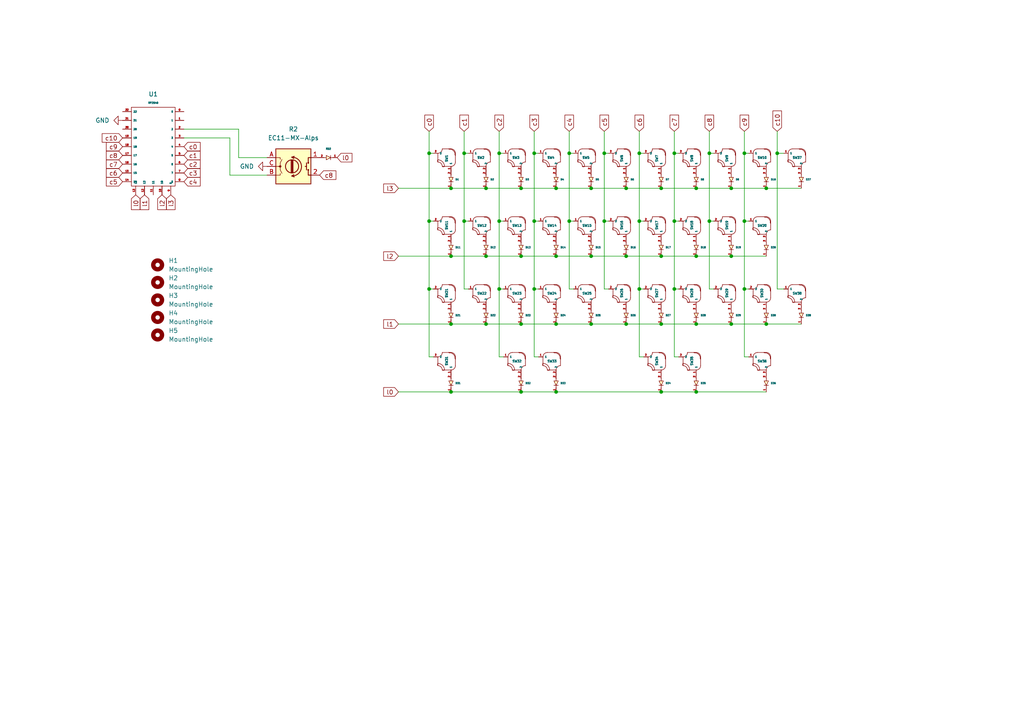
<source format=kicad_sch>
(kicad_sch (version 20211123) (generator eeschema)
  (paper "A4")
  (lib_symbols
    (symbol "Mechanical:MountingHole" (pin_names (offset 1.016))
      (property "Reference" "H" (at 0 5.08 0))
      (property "Value" "MountingHole" (at 0 3.175 0))
      (symbol "MountingHole_0_1"
        (circle (center 0 0) (radius 1.27) (stroke (width 1.27)))
      )
    )
    (symbol "keyb:Diode"
      (property "Reference" "D" (at -0.635 -1.27 0))
      (symbol "Diode_0_1"
        (polyline (pts (xy -1.27 0) (xy -0.635 0)))
        (polyline (pts (xy 0.635 0) (xy 1.27 0)))
        (polyline (pts (xy -0.635 0.635) (xy -0.635 -0.635) (xy -0.635 0)))
        (polyline (pts (xy -0.635 0) (xy 0.635 0.635) (xy 0.635 -0.635) (xy -0.635 0)) (fill (type background)))
      )
      (symbol "Diode_1_1"
        (pin bidirectional line (at -2.54 0 0) (length 1.27) (name "") (number "1"))
        (pin bidirectional line (at 2.54 0 180) (length 1.27) (name "") (number "2"))
      )
    )
    (symbol "keyb:EC11-MX-Alps" (pin_names (offset 0.254) hide)
      (property "Reference" "SW" (at 0 6.604 0))
      (property "Value" "EC11-MX-Alps" (at 0 -6.604 0))
      (symbol "EC11-MX-Alps_0_1"
        (rectangle (start -5.08 5.08) (end 5.08 -5.08) (stroke (width 0.254)) (fill (type background)))
        (circle (center -3.81 0) (radius 0.254) (fill (type outline)))
        (arc (start -0.381 -2.794) (mid 2.3622 -0.0508) (end -0.381 2.667) (stroke (width 0.254)))
        (circle (center -0.381 0) (radius 1.905) (stroke (width 0.254)))
        (polyline (pts (xy -0.635 -1.778) (xy -0.635 1.778)) (stroke (width 0.254)))
        (polyline (pts (xy -0.381 -1.778) (xy -0.381 1.778)) (stroke (width 0.254)))
        (polyline (pts (xy -0.127 1.778) (xy -0.127 -1.778)) (stroke (width 0.254)))
        (polyline (pts (xy 3.81 0) (xy 3.429 0)) (stroke (width 0.254)))
        (polyline (pts (xy 3.81 1.016) (xy 3.81 -1.016)) (stroke (width 0.254)))
        (polyline (pts (xy -5.08 -2.54) (xy -3.81 -2.54) (xy -3.81 -2.032)))
        (polyline (pts (xy -5.08 2.54) (xy -3.81 2.54) (xy -3.81 2.032)))
        (polyline (pts (xy 0.254 -3.048) (xy -0.508 -2.794) (xy 0.127 -2.413)) (stroke (width 0.254)))
        (polyline (pts (xy 0.254 2.921) (xy -0.508 2.667) (xy 0.127 2.286)) (stroke (width 0.254)))
        (polyline (pts (xy 5.08 -2.54) (xy 4.318 -2.54) (xy 4.318 -1.016)) (stroke (width 0.254)))
        (polyline (pts (xy 5.08 2.54) (xy 4.318 2.54) (xy 4.318 1.016)) (stroke (width 0.254)))
        (polyline (pts (xy -5.08 0) (xy -3.81 0) (xy -3.81 -1.016) (xy -3.302 -2.032)))
        (polyline (pts (xy -4.318 0) (xy -3.81 0) (xy -3.81 1.016) (xy -3.302 2.032)))
        (circle (center 4.318 -1.016) (radius 0.127) (stroke (width 0.254)))
        (circle (center 4.318 1.016) (radius 0.127) (stroke (width 0.254)))
      )
      (symbol "EC11-MX-Alps_1_1"
        (pin passive line (at 7.62 2.54 180) (length 2.54) (name "1") (number "1"))
        (pin passive line (at 7.62 -2.54 180) (length 2.54) (name "2") (number "2"))
        (pin passive line (at -7.62 2.54 0) (length 2.54) (name "A") (number "A"))
        (pin passive line (at -7.62 -2.54 0) (length 2.54) (name "B") (number "B"))
        (pin passive line (at -7.62 0 0) (length 2.54) (name "C") (number "C"))
      )
    )
    (symbol "keyb:RP2040"
      (property "Reference" "U" (at 0 1.27 0))
      (property "Value" "RP2040" (at 0 -2.54 0))
      (symbol "RP2040_0_1"
        (rectangle (start -6.35 11.43) (end 6.35 -11.43))
      )
      (symbol "RP2040_1_1"
        (pin bidirectional line (at 8.89 10.16 180) (length 2.54) (name "0") (number "0"))
        (pin bidirectional line (at 8.89 7.62 180) (length 2.54) (name "1") (number "1"))
        (pin bidirectional line (at 2.54 -13.97 90) (length 2.54) (name "10") (number "10"))
        (pin bidirectional line (at 0 -13.97 90) (length 2.54) (name "11") (number "11"))
        (pin bidirectional line (at -2.54 -13.97 90) (length 2.54) (name "12") (number "12"))
        (pin bidirectional line (at -5.08 -13.97 90) (length 2.54) (name "13") (number "13"))
        (pin bidirectional line (at -8.89 -10.16 0) (length 2.54) (name "14") (number "14"))
        (pin bidirectional line (at -8.89 -7.62 0) (length 2.54) (name "15") (number "15"))
        (pin bidirectional line (at -8.89 -5.08 0) (length 2.54) (name "16") (number "16"))
        (pin bidirectional line (at -8.89 -2.54 0) (length 2.54) (name "17") (number "17"))
        (pin bidirectional line (at -8.89 0 0) (length 2.54) (name "18") (number "18"))
        (pin bidirectional line (at -8.89 2.54 0) (length 2.54) (name "19") (number "19"))
        (pin bidirectional line (at 8.89 5.08 180) (length 2.54) (name "2") (number "2"))
        (pin bidirectional line (at -8.89 5.08 0) (length 2.54) (name "20") (number "20"))
        (pin bidirectional line (at -8.89 7.62 0) (length 2.54) (name "21") (number "21"))
        (pin bidirectional line (at -8.89 10.16 0) (length 2.54) (name "22") (number "22"))
        (pin bidirectional line (at 8.89 2.54 180) (length 2.54) (name "3") (number "3"))
        (pin bidirectional line (at 8.89 0 180) (length 2.54) (name "4") (number "4"))
        (pin bidirectional line (at 8.89 -2.54 180) (length 2.54) (name "5") (number "5"))
        (pin bidirectional line (at 8.89 -5.08 180) (length 2.54) (name "6") (number "6"))
        (pin bidirectional line (at 8.89 -7.62 180) (length 2.54) (name "7") (number "7"))
        (pin bidirectional line (at 8.89 -10.16 180) (length 2.54) (name "8") (number "8"))
        (pin bidirectional line (at 5.08 -13.97 90) (length 2.54) (name "9") (number "9"))
      )
    )
    (symbol "keyb:key"
      (property "Reference" "SW" (at 0 0 0))
      (symbol "key_0_1"
        (arc (start -2.54 -0.635) (mid -2.6715 -0.9525) (end -2.54 -1.27))
        (arc (start -1.27 -2.54) (mid -1.642 -1.642) (end -2.54 -1.27))
        (arc (start -1.27 -2.54) (mid -0.9525 -2.6715) (end -0.635 -2.54))
        (arc (start -1.27 2.54) (mid -2.168 2.168) (end -2.54 1.27))
        (arc (start -0.635 -2.54) (mid -1.1935 -1.1935) (end -2.54 -0.635))
        (polyline (pts (xy -2.54 -1.27) (xy -2.54 1.27)))
        (polyline (pts (xy -1.27 -2.54) (xy 1.27 -2.54)))
        (polyline (pts (xy 1.27 2.54) (xy -1.27 2.54)))
        (polyline (pts (xy 2.54 -1.27) (xy 2.54 1.27)))
        (arc (start 0.635 2.54) (mid 0.9525 1.7735) (end 1.27 2.54))
        (arc (start 2.54 -1.27) (mid 0.372 -0.372) (end 1.27 -2.54))
        (arc (start 2.54 0.635) (mid 3.887 3.887) (end 0.635 2.54))
        (arc (start 2.54 1.27) (mid 3.438 3.438) (end 1.27 2.54))
        (arc (start 2.54 1.27) (mid 1.7735 0.9525) (end 2.54 0.635))
      )
      (symbol "key_1_1"
        (pin bidirectional line (at -3.81 1.27 0) (length 1.27) (name "1") (number "1"))
        (pin bidirectional line (at 1.27 -3.81 90) (length 1.27) (name "2") (number "2"))
      )
    )
    (symbol "power:GND" (power) (pin_names (offset 0))
      (property "Value" "GND" (at 0 -3.81 0))
      (symbol "GND_0_1"
        (polyline (pts (xy 0 0) (xy 0 -1.27) (xy 1.27 -1.27) (xy 0 -2.54) (xy -1.27 -1.27) (xy 0 -1.27)))
      )
      (symbol "GND_1_1"
        (pin power_in line (at 0 0 270) (length 0) hide (name "GND") (number "1"))
      )
    )
  )
  (junction (at 215.9 44.45))
  (junction (at 144.78 44.45))
  (junction (at 181.61 93.98))
  (junction (at 130.81 113.665))
  (junction (at 140.97 54.61))
  (junction (at 191.77 113.665))
  (junction (at 161.29 113.665))
  (junction (at 175.26 44.45))
  (junction (at 171.45 93.98))
  (junction (at 215.9 64.135))
  (junction (at 201.93 74.295))
  (junction (at 225.425 44.45))
  (junction (at 151.13 93.98))
  (junction (at 124.46 83.82))
  (junction (at 154.94 64.135))
  (junction (at 205.74 64.135))
  (junction (at 165.1 44.45))
  (junction (at 191.77 54.61))
  (junction (at 181.61 54.61))
  (junction (at 130.81 93.98))
  (junction (at 201.93 93.98))
  (junction (at 140.97 74.295))
  (junction (at 222.25 93.98))
  (junction (at 140.97 93.98))
  (junction (at 171.45 74.295))
  (junction (at 191.77 93.98))
  (junction (at 161.29 74.295))
  (junction (at 191.77 74.295))
  (junction (at 134.62 44.45))
  (junction (at 212.09 74.295))
  (junction (at 144.78 64.135))
  (junction (at 154.94 44.45))
  (junction (at 195.58 44.45))
  (junction (at 151.13 54.61))
  (junction (at 144.78 83.82))
  (junction (at 171.45 54.61))
  (junction (at 195.58 64.135))
  (junction (at 185.42 44.45))
  (junction (at 195.58 83.82))
  (junction (at 151.13 74.295))
  (junction (at 161.29 93.98))
  (junction (at 201.93 54.61))
  (junction (at 181.61 74.295))
  (junction (at 161.29 54.61))
  (junction (at 222.25 54.61))
  (junction (at 130.81 54.61))
  (junction (at 134.62 64.135))
  (junction (at 201.93 113.665))
  (junction (at 165.1 64.135))
  (junction (at 124.46 64.135))
  (junction (at 215.9 83.82))
  (junction (at 185.42 83.82))
  (junction (at 151.13 113.665))
  (junction (at 175.26 64.135))
  (junction (at 212.09 54.61))
  (junction (at 185.42 64.135))
  (junction (at 205.74 44.45))
  (junction (at 212.09 93.98))
  (junction (at 154.94 83.82))
  (junction (at 130.81 74.295))
  (junction (at 124.46 44.45))
  (wire (pts (xy 175.26 38.1) (xy 175.26 44.45)))
  (wire (pts (xy 171.45 93.98) (xy 181.61 93.98)))
  (wire (pts (xy 140.97 54.61) (xy 151.13 54.61)))
  (wire (pts (xy 215.9 44.45) (xy 217.17 44.45)))
  (wire (pts (xy 144.78 44.45) (xy 144.78 64.135)))
  (wire (pts (xy 225.425 38.1) (xy 225.425 44.45)))
  (wire (pts (xy 175.26 44.45) (xy 175.26 64.135)))
  (wire (pts (xy 151.13 93.98) (xy 161.29 93.98)))
  (wire (pts (xy 181.61 93.98) (xy 191.77 93.98)))
  (wire (pts (xy 215.9 64.135) (xy 215.9 83.82)))
  (wire (pts (xy 151.13 54.61) (xy 161.29 54.61)))
  (wire (pts (xy 161.29 54.61) (xy 171.45 54.61)))
  (wire (pts (xy 195.58 103.505) (xy 196.85 103.505)))
  (wire (pts (xy 69.215 45.72) (xy 77.47 45.72)))
  (wire (pts (xy 134.62 44.45) (xy 134.62 64.135)))
  (wire (pts (xy 154.94 64.135) (xy 154.94 83.82)))
  (wire (pts (xy 130.81 74.295) (xy 115.57 74.295)))
  (wire (pts (xy 181.61 54.61) (xy 191.77 54.61)))
  (wire (pts (xy 205.74 64.135) (xy 207.01 64.135)))
  (wire (pts (xy 175.26 44.45) (xy 176.53 44.45)))
  (wire (pts (xy 212.09 93.98) (xy 222.25 93.98)))
  (wire (pts (xy 201.93 93.98) (xy 212.09 93.98)))
  (wire (pts (xy 161.29 93.98) (xy 171.45 93.98)))
  (wire (pts (xy 215.9 44.45) (xy 215.9 64.135)))
  (wire (pts (xy 154.94 103.505) (xy 156.21 103.505)))
  (wire (pts (xy 165.1 38.1) (xy 165.1 44.45)))
  (wire (pts (xy 161.29 74.295) (xy 151.13 74.295)))
  (wire (pts (xy 53.34 40.005) (xy 66.675 40.005)))
  (wire (pts (xy 154.94 44.45) (xy 154.94 64.135)))
  (wire (pts (xy 151.13 113.665) (xy 161.29 113.665)))
  (wire (pts (xy 185.42 64.135) (xy 186.69 64.135)))
  (wire (pts (xy 212.09 54.61) (xy 222.25 54.61)))
  (wire (pts (xy 201.93 54.61) (xy 212.09 54.61)))
  (wire (pts (xy 165.1 83.82) (xy 166.37 83.82)))
  (wire (pts (xy 144.78 83.82) (xy 146.05 83.82)))
  (wire (pts (xy 77.47 50.8) (xy 66.675 50.8)))
  (wire (pts (xy 201.93 113.665) (xy 222.25 113.665)))
  (wire (pts (xy 175.26 64.135) (xy 176.53 64.135)))
  (wire (pts (xy 195.58 38.1) (xy 195.58 44.45)))
  (wire (pts (xy 130.81 54.61) (xy 140.97 54.61)))
  (wire (pts (xy 205.74 83.82) (xy 207.01 83.82)))
  (wire (pts (xy 195.58 64.135) (xy 196.85 64.135)))
  (wire (pts (xy 124.46 64.135) (xy 124.46 83.82)))
  (wire (pts (xy 175.26 64.135) (xy 175.26 83.82)))
  (wire (pts (xy 222.25 93.98) (xy 232.41 93.98)))
  (wire (pts (xy 215.9 103.505) (xy 217.17 103.505)))
  (wire (pts (xy 215.9 64.135) (xy 217.17 64.135)))
  (wire (pts (xy 140.97 93.98) (xy 151.13 93.98)))
  (wire (pts (xy 195.58 44.45) (xy 195.58 64.135)))
  (wire (pts (xy 215.9 83.82) (xy 215.9 103.505)))
  (wire (pts (xy 225.425 44.45) (xy 225.425 83.82)))
  (wire (pts (xy 69.215 45.72) (xy 69.215 37.465)))
  (wire (pts (xy 175.26 83.82) (xy 176.53 83.82)))
  (wire (pts (xy 66.675 50.8) (xy 66.675 40.005)))
  (wire (pts (xy 171.45 54.61) (xy 181.61 54.61)))
  (wire (pts (xy 124.46 64.135) (xy 125.73 64.135)))
  (wire (pts (xy 225.425 83.82) (xy 227.33 83.82)))
  (wire (pts (xy 130.81 113.665) (xy 151.13 113.665)))
  (wire (pts (xy 124.46 38.1) (xy 124.46 44.45)))
  (wire (pts (xy 185.42 44.45) (xy 186.69 44.45)))
  (wire (pts (xy 215.9 83.82) (xy 217.17 83.82)))
  (wire (pts (xy 124.46 83.82) (xy 125.73 83.82)))
  (wire (pts (xy 222.25 54.61) (xy 232.41 54.61)))
  (wire (pts (xy 140.97 74.295) (xy 130.81 74.295)))
  (wire (pts (xy 134.62 64.135) (xy 135.89 64.135)))
  (wire (pts (xy 205.74 44.45) (xy 207.01 44.45)))
  (wire (pts (xy 144.78 103.505) (xy 146.05 103.505)))
  (wire (pts (xy 144.78 38.1) (xy 144.78 44.45)))
  (wire (pts (xy 171.45 74.295) (xy 161.29 74.295)))
  (wire (pts (xy 185.42 38.1) (xy 185.42 44.45)))
  (wire (pts (xy 205.74 44.45) (xy 205.74 64.135)))
  (wire (pts (xy 165.1 64.135) (xy 166.37 64.135)))
  (wire (pts (xy 205.74 38.1) (xy 205.74 44.45)))
  (wire (pts (xy 201.93 74.295) (xy 191.77 74.295)))
  (wire (pts (xy 115.57 113.665) (xy 130.81 113.665)))
  (wire (pts (xy 215.9 38.1) (xy 215.9 44.45)))
  (wire (pts (xy 134.62 83.82) (xy 135.89 83.82)))
  (wire (pts (xy 154.94 83.82) (xy 156.21 83.82)))
  (wire (pts (xy 185.42 44.45) (xy 185.42 64.135)))
  (wire (pts (xy 53.34 37.465) (xy 69.215 37.465)))
  (wire (pts (xy 134.62 44.45) (xy 135.89 44.45)))
  (wire (pts (xy 124.46 44.45) (xy 124.46 64.135)))
  (wire (pts (xy 130.81 93.98) (xy 115.57 93.98)))
  (wire (pts (xy 185.42 83.82) (xy 186.69 83.82)))
  (wire (pts (xy 124.46 103.505) (xy 125.73 103.505)))
  (wire (pts (xy 115.57 54.61) (xy 130.81 54.61)))
  (wire (pts (xy 191.77 74.295) (xy 181.61 74.295)))
  (wire (pts (xy 134.62 64.135) (xy 134.62 83.82)))
  (wire (pts (xy 195.58 83.82) (xy 195.58 103.505)))
  (wire (pts (xy 191.77 113.665) (xy 201.93 113.665)))
  (wire (pts (xy 144.78 44.45) (xy 146.05 44.45)))
  (wire (pts (xy 154.94 83.82) (xy 154.94 103.505)))
  (wire (pts (xy 134.62 38.1) (xy 134.62 44.45)))
  (wire (pts (xy 205.74 64.135) (xy 205.74 83.82)))
  (wire (pts (xy 195.58 64.135) (xy 195.58 83.82)))
  (wire (pts (xy 144.78 64.135) (xy 146.05 64.135)))
  (wire (pts (xy 225.425 44.45) (xy 227.33 44.45)))
  (wire (pts (xy 195.58 83.82) (xy 196.85 83.82)))
  (wire (pts (xy 151.13 74.295) (xy 140.97 74.295)))
  (wire (pts (xy 195.58 44.45) (xy 196.85 44.45)))
  (wire (pts (xy 124.46 44.45) (xy 125.73 44.45)))
  (wire (pts (xy 185.42 64.135) (xy 185.42 83.82)))
  (wire (pts (xy 185.42 103.505) (xy 186.69 103.505)))
  (wire (pts (xy 165.1 44.45) (xy 166.37 44.45)))
  (wire (pts (xy 212.09 74.295) (xy 201.93 74.295)))
  (wire (pts (xy 161.29 113.665) (xy 191.77 113.665)))
  (wire (pts (xy 185.42 83.82) (xy 185.42 103.505)))
  (wire (pts (xy 124.46 83.82) (xy 124.46 103.505)))
  (wire (pts (xy 181.61 74.295) (xy 171.45 74.295)))
  (wire (pts (xy 140.97 93.98) (xy 130.81 93.98)))
  (wire (pts (xy 191.77 93.98) (xy 201.93 93.98)))
  (wire (pts (xy 154.94 64.135) (xy 156.21 64.135)))
  (wire (pts (xy 165.1 44.45) (xy 165.1 64.135)))
  (wire (pts (xy 165.1 64.135) (xy 165.1 83.82)))
  (wire (pts (xy 154.94 38.1) (xy 154.94 44.45)))
  (wire (pts (xy 191.77 54.61) (xy 201.93 54.61)))
  (wire (pts (xy 144.78 64.135) (xy 144.78 83.82)))
  (wire (pts (xy 222.25 74.295) (xy 212.09 74.295)))
  (wire (pts (xy 144.78 83.82) (xy 144.78 103.505)))
  (wire (pts (xy 154.94 44.45) (xy 156.21 44.45)))
  (global_label "c10" (shape input) (at 35.56 40.005 180) (property "Références Inter-Feuilles" "${INTERSHEET_REFS}" (effects hide)))
  (global_label "c4" (shape input) (at 165.1 38.1 90) (property "Références Inter-Feuilles" "${INTERSHEET_REFS}" (effects hide)))
  (global_label "c6" (shape input) (at 35.56 50.165 180) (property "Références Inter-Feuilles" "${INTERSHEET_REFS}" (effects hide)))
  (global_label "c1" (shape input) (at 134.62 38.1 90) (property "Références Inter-Feuilles" "${INTERSHEET_REFS}" (effects hide)))
  (global_label "c7" (shape input) (at 35.56 47.625 180) (property "Références Inter-Feuilles" "${INTERSHEET_REFS}" (effects hide)))
  (global_label "c10" (shape input) (at 225.425 38.1 90) (property "Références Inter-Feuilles" "${INTERSHEET_REFS}" (effects hide)))
  (global_label "l3" (shape input) (at 115.57 54.61 180) (property "Références Inter-Feuilles" "${INTERSHEET_REFS}" (effects hide)))
  (global_label "l0" (shape input) (at 97.79 45.72 0) (property "Références Inter-Feuilles" "${INTERSHEET_REFS}" (effects hide)))
  (global_label "c8" (shape input) (at 35.56 45.085 180) (property "Références Inter-Feuilles" "${INTERSHEET_REFS}" (effects hide)))
  (global_label "c7" (shape input) (at 195.58 38.1 90) (property "Références Inter-Feuilles" "${INTERSHEET_REFS}" (effects hide)))
  (global_label "l0" (shape input) (at 115.57 113.665 180) (property "Références Inter-Feuilles" "${INTERSHEET_REFS}" (effects hide)))
  (global_label "c2" (shape input) (at 53.34 47.625 0) (property "Références Inter-Feuilles" "${INTERSHEET_REFS}" (effects hide)))
  (global_label "c9" (shape input) (at 35.56 42.545 180) (property "Références Inter-Feuilles" "${INTERSHEET_REFS}" (effects hide)))
  (global_label "c0" (shape input) (at 53.34 42.545 0) (property "Références Inter-Feuilles" "${INTERSHEET_REFS}" (effects hide)))
  (global_label "c5" (shape input) (at 175.26 38.1 90) (property "Références Inter-Feuilles" "${INTERSHEET_REFS}" (effects hide)))
  (global_label "l0" (shape input) (at 39.37 56.515 270) (property "Références Inter-Feuilles" "${INTERSHEET_REFS}" (effects hide)))
  (global_label "l1" (shape input) (at 115.57 93.98 180) (property "Références Inter-Feuilles" "${INTERSHEET_REFS}" (effects hide)))
  (global_label "c4" (shape input) (at 53.34 52.705 0) (property "Références Inter-Feuilles" "${INTERSHEET_REFS}" (effects hide)))
  (global_label "c0" (shape input) (at 124.46 38.1 90) (property "Références Inter-Feuilles" "${INTERSHEET_REFS}" (effects hide)))
  (global_label "c6" (shape input) (at 185.42 38.1 90) (property "Références Inter-Feuilles" "${INTERSHEET_REFS}" (effects hide)))
  (global_label "l1" (shape input) (at 41.91 56.515 270) (property "Références Inter-Feuilles" "${INTERSHEET_REFS}" (effects hide)))
  (global_label "l3" (shape input) (at 49.53 56.515 270) (property "Références Inter-Feuilles" "${INTERSHEET_REFS}" (effects hide)))
  (global_label "l2" (shape input) (at 115.57 74.295 180) (property "Références Inter-Feuilles" "${INTERSHEET_REFS}" (effects hide)))
  (global_label "c9" (shape input) (at 215.9 38.1 90) (property "Références Inter-Feuilles" "${INTERSHEET_REFS}" (effects hide)))
  (global_label "c8" (shape input) (at 205.74 38.1 90) (property "Références Inter-Feuilles" "${INTERSHEET_REFS}" (effects hide)))
  (global_label "c5" (shape input) (at 35.56 52.705 180) (property "Références Inter-Feuilles" "${INTERSHEET_REFS}" (effects hide)))
  (global_label "c3" (shape input) (at 154.94 38.1 90) (property "Références Inter-Feuilles" "${INTERSHEET_REFS}" (effects hide)))
  (global_label "c8" (shape input) (at 92.71 50.8 0) (property "Références Inter-Feuilles" "${INTERSHEET_REFS}" (effects hide)))
  (global_label "c3" (shape input) (at 53.34 50.165 0) (property "Références Inter-Feuilles" "${INTERSHEET_REFS}" (effects hide)))
  (global_label "c2" (shape input) (at 144.78 38.1 90) (property "Références Inter-Feuilles" "${INTERSHEET_REFS}" (effects hide)))
  (global_label "c1" (shape input) (at 53.34 45.085 0) (property "Références Inter-Feuilles" "${INTERSHEET_REFS}" (effects hide)))
  (global_label "l2" (shape input) (at 46.99 56.515 270) (property "Références Inter-Feuilles" "${INTERSHEET_REFS}" (effects hide)))
  (symbol (lib_id "Mechanical:MountingHole") (at 45.72 76.835 0) (unit 1)
    (property "Reference" "H1" (at 48.895 75.5649 0) (effects (justify left)))
    (property "Value" "MountingHole" (at 48.895 78.1049 0) (effects (justify left)))
    (property "Footprint" "MountingHole:MountingHole_2.2mm_M2" (effects hide))
  )
  (symbol (lib_id "keyb:key") (at 170.18 85.09 0) (unit 1)
    (property "Reference" "SW25" (at 168.91 85.09 0) (effects (font (size 0.65 0.65)) (justify left)))
    (property "Value" "key" (effects hide))
    (property "Footprint" "keyb-libs:MX-5pin" (effects hide))
  )
  (symbol (lib_id "keyb:key") (at 139.7 45.72 0) (unit 1)
    (property "Reference" "SW2" (at 138.43 45.72 0) (effects (font (size 0.65 0.65)) (justify left)))
    (property "Value" "key" (effects hide))
    (property "Footprint" "keyb-libs:MX-5pin" (effects hide))
  )
  (symbol (lib_id "keyb:Diode") (at 140.97 91.44 90) (unit 1)
    (property "Reference" "D22" (at 142.24 91.44 90) (effects (font (size 0.5 0.5)) (justify right)))
    (property "Value" "Diode" (effects hide))
    (property "Footprint" "keyb-libs:Diode" (effects hide))
  )
  (symbol (lib_id "keyb:key") (at 190.5 104.775 270) (mirror x) (unit 1)
    (property "Reference" "SW34" (at 190.5 106.045 0) (effects (font (size 0.65 0.65)) (justify left)))
    (property "Value" "key" (effects hide))
    (property "Footprint" "keyb-libs:MX-5pin_stab" (effects hide))
  )
  (symbol (lib_id "keyb:Diode") (at 140.97 52.07 90) (unit 1)
    (property "Reference" "D2" (at 142.24 52.07 90) (effects (font (size 0.5 0.5)) (justify right)))
    (property "Value" "Diode" (effects hide))
    (property "Footprint" "keyb-libs:Diode" (effects hide))
  )
  (symbol (lib_id "keyb:Diode") (at 171.45 71.755 90) (unit 1)
    (property "Reference" "D15" (at 172.72 71.755 90) (effects (font (size 0.5 0.5)) (justify right)))
    (property "Value" "Diode" (effects hide))
    (property "Footprint" "keyb-libs:Diode" (effects hide))
  )
  (symbol (lib_id "keyb:Diode") (at 201.93 111.125 90) (unit 1)
    (property "Reference" "D35" (at 203.2 111.125 90) (effects (font (size 0.5 0.5)) (justify right)))
    (property "Value" "Diode" (effects hide))
    (property "Footprint" "keyb-libs:Diode" (effects hide))
  )
  (symbol (lib_id "keyb:Diode") (at 130.81 71.755 90) (unit 1)
    (property "Reference" "D11" (at 132.08 71.755 90) (effects (font (size 0.5 0.5)) (justify right)))
    (property "Value" "Diode" (effects hide))
    (property "Footprint" "keyb-libs:Diode" (effects hide))
  )
  (symbol (lib_id "keyb:Diode") (at 212.09 52.07 90) (unit 1)
    (property "Reference" "D9" (at 213.36 52.07 90) (effects (font (size 0.5 0.5)) (justify right)))
    (property "Value" "Diode" (effects hide))
    (property "Footprint" "keyb-libs:Diode" (effects hide))
  )
  (symbol (lib_id "keyb:Diode") (at 222.25 71.755 90) (unit 1)
    (property "Reference" "D20" (at 223.52 71.755 90) (effects (font (size 0.5 0.5)) (justify right)))
    (property "Value" "Diode" (effects hide))
    (property "Footprint" "keyb-libs:Diode" (effects hide))
  )
  (symbol (lib_id "keyb:key") (at 160.02 45.72 0) (unit 1)
    (property "Reference" "SW4" (at 158.75 45.72 0) (effects (font (size 0.65 0.65)) (justify left)))
    (property "Value" "key" (effects hide))
    (property "Footprint" "keyb-libs:MX-5pin" (effects hide))
  )
  (symbol (lib_id "keyb:key") (at 170.18 45.72 0) (unit 1)
    (property "Reference" "SW5" (at 168.91 45.72 0) (effects (font (size 0.65 0.65)) (justify left)))
    (property "Value" "key" (effects hide))
    (property "Footprint" "keyb-libs:MX-5pin" (effects hide))
  )
  (symbol (lib_id "keyb:Diode") (at 222.25 91.44 90) (unit 1)
    (property "Reference" "D30" (at 223.52 91.44 90) (effects (font (size 0.5 0.5)) (justify right)))
    (property "Value" "Diode" (effects hide))
    (property "Footprint" "keyb-libs:Diode" (effects hide))
  )
  (symbol (lib_id "keyb:Diode") (at 140.97 71.755 90) (unit 1)
    (property "Reference" "D12" (at 142.24 71.755 90) (effects (font (size 0.5 0.5)) (justify right)))
    (property "Value" "Diode" (effects hide))
    (property "Footprint" "keyb-libs:Diode" (effects hide))
  )
  (symbol (lib_id "keyb:Diode") (at 161.29 91.44 90) (unit 1)
    (property "Reference" "D24" (at 162.56 91.44 90) (effects (font (size 0.5 0.5)) (justify right)))
    (property "Value" "Diode" (effects hide))
    (property "Footprint" "keyb-libs:Diode" (effects hide))
  )
  (symbol (lib_id "Mechanical:MountingHole") (at 45.72 81.915 0) (unit 1)
    (property "Reference" "H2" (at 48.895 80.6449 0) (effects (justify left)))
    (property "Value" "MountingHole" (at 48.895 83.1849 0) (effects (justify left)))
    (property "Footprint" "MountingHole:MountingHole_2.2mm_M2" (effects hide))
  )
  (symbol (lib_id "keyb:key") (at 220.98 65.405 0) (unit 1)
    (property "Reference" "SW20" (at 219.71 65.405 0) (effects (font (size 0.65 0.65)) (justify left)))
    (property "Value" "key" (effects hide))
    (property "Footprint" "keyb-libs:MX-5pin" (effects hide))
  )
  (symbol (lib_id "keyb:key") (at 200.66 85.09 270) (mirror x) (unit 1)
    (property "Reference" "SW28" (at 200.66 86.36 0) (effects (font (size 0.65 0.65)) (justify left)))
    (property "Value" "key" (effects hide))
    (property "Footprint" "keyb-libs:MX-5pin" (effects hide))
  )
  (symbol (lib_id "keyb:key") (at 180.34 65.405 270) (mirror x) (unit 1)
    (property "Reference" "SW16" (at 180.34 66.675 0) (effects (font (size 0.65 0.65)) (justify left)))
    (property "Value" "key" (effects hide))
    (property "Footprint" "keyb-libs:MX-5pin" (effects hide))
  )
  (symbol (lib_id "keyb:Diode") (at 95.25 45.72 180) (unit 1)
    (property "Reference" "RD2" (at 95.25 43.18 0) (effects (font (size 0.5 0.5))))
    (property "Value" "Diode" (effects hide))
    (property "Footprint" "keyb-libs:Diode" (effects hide))
  )
  (symbol (lib_id "keyb:Diode") (at 222.25 111.125 90) (unit 1)
    (property "Reference" "D36" (at 223.52 111.125 90) (effects (font (size 0.5 0.5)) (justify right)))
    (property "Value" "Diode" (effects hide))
    (property "Footprint" "keyb-libs:Diode" (effects hide))
  )
  (symbol (lib_id "keyb:key") (at 180.34 85.09 270) (mirror x) (unit 1)
    (property "Reference" "SW26" (at 180.34 86.36 0) (effects (font (size 0.65 0.65)) (justify left)))
    (property "Value" "key" (effects hide))
    (property "Footprint" "keyb-libs:MX-5pin" (effects hide))
  )
  (symbol (lib_id "keyb:key") (at 149.86 85.09 0) (unit 1)
    (property "Reference" "SW23" (at 148.59 85.09 0) (effects (font (size 0.65 0.65)) (justify left)))
    (property "Value" "key" (effects hide))
    (property "Footprint" "keyb-libs:MX-5pin" (effects hide))
  )
  (symbol (lib_id "keyb:Diode") (at 130.81 91.44 90) (unit 1)
    (property "Reference" "D21" (at 132.08 91.44 90) (effects (font (size 0.5 0.5)) (justify right)))
    (property "Value" "Diode" (effects hide))
    (property "Footprint" "keyb-libs:Diode" (effects hide))
  )
  (symbol (lib_id "keyb:key") (at 149.86 104.775 0) (unit 1)
    (property "Reference" "SW32" (at 148.59 104.775 0) (effects (font (size 0.65 0.65)) (justify left)))
    (property "Value" "key" (effects hide))
    (property "Footprint" "keyb-libs:MX-5pin" (effects hide))
  )
  (symbol (lib_id "keyb:key") (at 139.7 65.405 0) (unit 1)
    (property "Reference" "SW12" (at 138.43 65.405 0) (effects (font (size 0.65 0.65)) (justify left)))
    (property "Value" "key" (effects hide))
    (property "Footprint" "keyb-libs:MX-5pin" (effects hide))
  )
  (symbol (lib_id "keyb:key") (at 200.66 65.405 270) (mirror x) (unit 1)
    (property "Reference" "SW18" (at 200.66 66.675 0) (effects (font (size 0.65 0.65)) (justify left)))
    (property "Value" "key" (effects hide))
    (property "Footprint" "keyb-libs:MX-5pin" (effects hide))
  )
  (symbol (lib_id "keyb:Diode") (at 201.93 52.07 90) (unit 1)
    (property "Reference" "D8" (at 203.2 52.07 90) (effects (font (size 0.5 0.5)) (justify right)))
    (property "Value" "Diode" (effects hide))
    (property "Footprint" "keyb-libs:Diode" (effects hide))
  )
  (symbol (lib_id "keyb:EC11-MX-Alps") (at 85.09 48.26 0) (unit 1)
    (property "Reference" "R2" (at 85.09 37.465 0))
    (property "Value" "EC11-MX-Alps" (at 85.09 40.005 0))
    (property "Footprint" "keyb-libs:RotaryEncoder_EC11" (effects hide))
  )
  (symbol (lib_id "keyb:Diode") (at 191.77 52.07 90) (unit 1)
    (property "Reference" "D7" (at 193.04 52.07 90) (effects (font (size 0.5 0.5)) (justify right)))
    (property "Value" "Diode" (effects hide))
    (property "Footprint" "keyb-libs:Diode" (effects hide))
  )
  (symbol (lib_id "keyb:Diode") (at 191.77 71.755 90) (unit 1)
    (property "Reference" "D17" (at 193.04 71.755 90) (effects (font (size 0.5 0.5)) (justify right)))
    (property "Value" "Diode" (effects hide))
    (property "Footprint" "keyb-libs:Diode" (effects hide))
  )
  (symbol (lib_id "keyb:Diode") (at 171.45 52.07 90) (unit 1)
    (property "Reference" "D5" (at 172.72 52.07 90) (effects (font (size 0.5 0.5)) (justify right)))
    (property "Value" "Diode" (effects hide))
    (property "Footprint" "keyb-libs:Diode" (effects hide))
  )
  (symbol (lib_id "keyb:key") (at 210.82 65.405 270) (mirror x) (unit 1)
    (property "Reference" "SW19" (at 210.82 66.675 0) (effects (font (size 0.65 0.65)) (justify left)))
    (property "Value" "key" (effects hide))
    (property "Footprint" "keyb-libs:MX-5pin" (effects hide))
  )
  (symbol (lib_id "keyb:Diode") (at 191.77 111.125 90) (unit 1)
    (property "Reference" "D34" (at 193.04 111.125 90) (effects (font (size 0.5 0.5)) (justify right)))
    (property "Value" "Diode" (effects hide))
    (property "Footprint" "keyb-libs:Diode" (effects hide))
  )
  (symbol (lib_id "keyb:key") (at 129.54 85.09 270) (mirror x) (unit 1)
    (property "Reference" "SW21" (at 129.54 86.36 0) (effects (font (size 0.65 0.65)) (justify left)))
    (property "Value" "key" (effects hide))
    (property "Footprint" "keyb-libs:MX-5pin" (effects hide))
  )
  (symbol (lib_id "keyb:Diode") (at 181.61 91.44 90) (unit 1)
    (property "Reference" "D26" (at 182.88 91.44 90) (effects (font (size 0.5 0.5)) (justify right)))
    (property "Value" "Diode" (effects hide))
    (property "Footprint" "keyb-libs:Diode" (effects hide))
  )
  (symbol (lib_id "keyb:key") (at 129.54 104.775 270) (mirror x) (unit 1)
    (property "Reference" "SW31" (at 129.54 106.045 0) (effects (font (size 0.65 0.65)) (justify left)))
    (property "Value" "key" (effects hide))
    (property "Footprint" "keyb-libs:MX-5pin" (effects hide))
  )
  (symbol (lib_id "keyb:Diode") (at 161.29 111.125 90) (unit 1)
    (property "Reference" "D33" (at 162.56 111.125 90) (effects (font (size 0.5 0.5)) (justify right)))
    (property "Value" "Diode" (effects hide))
    (property "Footprint" "keyb-libs:Diode" (effects hide))
  )
  (symbol (lib_id "keyb:Diode") (at 171.45 91.44 90) (unit 1)
    (property "Reference" "D25" (at 172.72 91.44 90) (effects (font (size 0.5 0.5)) (justify right)))
    (property "Value" "Diode" (effects hide))
    (property "Footprint" "keyb-libs:Diode" (effects hide))
  )
  (symbol (lib_id "keyb:Diode") (at 151.13 111.125 90) (unit 1)
    (property "Reference" "D32" (at 152.4 111.125 90) (effects (font (size 0.5 0.5)) (justify right)))
    (property "Value" "Diode" (effects hide))
    (property "Footprint" "keyb-libs:Diode" (effects hide))
  )
  (symbol (lib_id "keyb:key") (at 231.14 85.09 0) (unit 1)
    (property "Reference" "SW38" (at 229.87 85.09 0) (effects (font (size 0.65 0.65)) (justify left)))
    (property "Value" "key" (effects hide))
    (property "Footprint" "keyb-libs:MX-5pin" (effects hide))
  )
  (symbol (lib_id "Mechanical:MountingHole") (at 45.72 86.995 0) (unit 1)
    (property "Reference" "H3" (at 48.895 85.7249 0) (effects (justify left)))
    (property "Value" "MountingHole" (at 48.895 88.2649 0) (effects (justify left)))
    (property "Footprint" "MountingHole:MountingHole_2.2mm_M2" (effects hide))
  )
  (symbol (lib_id "keyb:key") (at 170.18 65.405 0) (unit 1)
    (property "Reference" "SW15" (at 168.91 65.405 0) (effects (font (size 0.65 0.65)) (justify left)))
    (property "Value" "key" (effects hide))
    (property "Footprint" "keyb-libs:MX-5pin" (effects hide))
  )
  (symbol (lib_id "keyb:key") (at 231.14 45.72 0) (unit 1)
    (property "Reference" "SW37" (at 229.87 45.72 0) (effects (font (size 0.65 0.65)) (justify left)))
    (property "Value" "key" (effects hide))
    (property "Footprint" "keyb-libs:MX-5pin" (effects hide))
  )
  (symbol (lib_id "keyb:key") (at 160.02 104.775 0) (unit 1)
    (property "Reference" "SW33" (at 158.75 104.775 0) (effects (font (size 0.65 0.65)) (justify left)))
    (property "Value" "key" (effects hide))
    (property "Footprint" "keyb-libs:MX-5pin_stab" (effects hide))
  )
  (symbol (lib_id "keyb:Diode") (at 151.13 91.44 90) (unit 1)
    (property "Reference" "D23" (at 152.4 91.44 90) (effects (font (size 0.5 0.5)) (justify right)))
    (property "Value" "Diode" (effects hide))
    (property "Footprint" "keyb-libs:Diode" (effects hide))
  )
  (symbol (lib_id "keyb:key") (at 160.02 65.405 0) (unit 1)
    (property "Reference" "SW14" (at 158.75 65.405 0) (effects (font (size 0.65 0.65)) (justify left)))
    (property "Value" "key" (effects hide))
    (property "Footprint" "keyb-libs:MX-5pin" (effects hide))
  )
  (symbol (lib_id "keyb:Diode") (at 201.93 71.755 90) (unit 1)
    (property "Reference" "D18" (at 203.2 71.755 90) (effects (font (size 0.5 0.5)) (justify right)))
    (property "Value" "Diode" (effects hide))
    (property "Footprint" "keyb-libs:Diode" (effects hide))
  )
  (symbol (lib_id "keyb:key") (at 190.5 45.72 270) (mirror x) (unit 1)
    (property "Reference" "SW7" (at 190.5 46.99 0) (effects (font (size 0.65 0.65)) (justify left)))
    (property "Value" "key" (effects hide))
    (property "Footprint" "keyb-libs:MX-5pin" (effects hide))
  )
  (symbol (lib_id "keyb:key") (at 220.98 85.09 270) (mirror x) (unit 1)
    (property "Reference" "SW30" (at 220.98 86.36 0) (effects (font (size 0.65 0.65)) (justify left)))
    (property "Value" "key" (effects hide))
    (property "Footprint" "keyb-libs:MX-5pin" (effects hide))
  )
  (symbol (lib_id "keyb:Diode") (at 181.61 71.755 90) (unit 1)
    (property "Reference" "D16" (at 182.88 71.755 90) (effects (font (size 0.5 0.5)) (justify right)))
    (property "Value" "Diode" (effects hide))
    (property "Footprint" "keyb-libs:Diode" (effects hide))
  )
  (symbol (lib_id "keyb:Diode") (at 191.77 91.44 90) (unit 1)
    (property "Reference" "D27" (at 193.04 91.44 90) (effects (font (size 0.5 0.5)) (justify right)))
    (property "Value" "Diode" (effects hide))
    (property "Footprint" "keyb-libs:Diode" (effects hide))
  )
  (symbol (lib_id "keyb:key") (at 190.5 65.405 270) (mirror x) (unit 1)
    (property "Reference" "SW17" (at 190.5 66.675 0) (effects (font (size 0.65 0.65)) (justify left)))
    (property "Value" "key" (effects hide))
    (property "Footprint" "keyb-libs:MX-5pin" (effects hide))
  )
  (symbol (lib_id "keyb:key") (at 200.66 104.775 270) (mirror x) (unit 1)
    (property "Reference" "SW35" (at 200.66 106.045 0) (effects (font (size 0.65 0.65)) (justify left)))
    (property "Value" "key" (effects hide))
    (property "Footprint" "keyb-libs:MX-5pin" (effects hide))
  )
  (symbol (lib_id "keyb:key") (at 210.82 85.09 270) (mirror x) (unit 1)
    (property "Reference" "SW29" (at 210.82 86.36 0) (effects (font (size 0.65 0.65)) (justify left)))
    (property "Value" "key" (effects hide))
    (property "Footprint" "keyb-libs:MX-5pin" (effects hide))
  )
  (symbol (lib_id "Mechanical:MountingHole") (at 45.72 92.075 0) (unit 1)
    (property "Reference" "H4" (at 48.895 90.8049 0) (effects (justify left)))
    (property "Value" "MountingHole" (at 48.895 93.3449 0) (effects (justify left)))
    (property "Footprint" "MountingHole:MountingHole_2.2mm_M2" (effects hide))
  )
  (symbol (lib_id "keyb:Diode") (at 161.29 71.755 90) (unit 1)
    (property "Reference" "D14" (at 162.56 71.755 90) (effects (font (size 0.5 0.5)) (justify right)))
    (property "Value" "Diode" (effects hide))
    (property "Footprint" "keyb-libs:Diode" (effects hide))
  )
  (symbol (lib_id "keyb:Diode") (at 161.29 52.07 90) (unit 1)
    (property "Reference" "D4" (at 162.56 52.07 90) (effects (font (size 0.5 0.5)) (justify right)))
    (property "Value" "Diode" (effects hide))
    (property "Footprint" "keyb-libs:Diode" (effects hide))
  )
  (symbol (lib_id "keyb:key") (at 149.86 45.72 0) (unit 1)
    (property "Reference" "SW3" (at 148.59 45.72 0) (effects (font (size 0.65 0.65)) (justify left)))
    (property "Value" "key" (effects hide))
    (property "Footprint" "keyb-libs:MX-5pin" (effects hide))
  )
  (symbol (lib_id "keyb:Diode") (at 181.61 52.07 90) (unit 1)
    (property "Reference" "D6" (at 182.88 52.07 90) (effects (font (size 0.5 0.5)) (justify right)))
    (property "Value" "Diode" (effects hide))
    (property "Footprint" "keyb-libs:Diode" (effects hide))
  )
  (symbol (lib_id "keyb:key") (at 149.86 65.405 0) (unit 1)
    (property "Reference" "SW13" (at 148.59 65.405 0) (effects (font (size 0.65 0.65)) (justify left)))
    (property "Value" "key" (effects hide))
    (property "Footprint" "keyb-libs:MX-5pin" (effects hide))
  )
  (symbol (lib_id "keyb:key") (at 180.34 45.72 270) (mirror x) (unit 1)
    (property "Reference" "SW6" (at 180.34 46.99 0) (effects (font (size 0.65 0.65)) (justify left)))
    (property "Value" "key" (effects hide))
    (property "Footprint" "keyb-libs:MX-5pin" (effects hide))
  )
  (symbol (lib_id "power:GND") (at 35.56 34.925 270) (unit 1)
    (property "Reference" "#PWR02" (effects hide))
    (property "Value" "GND" (at 31.75 34.9249 90) (effects (justify right)))
  )
  (symbol (lib_id "keyb:Diode") (at 212.09 71.755 90) (unit 1)
    (property "Reference" "D19" (at 213.36 71.755 90) (effects (font (size 0.5 0.5)) (justify right)))
    (property "Value" "Diode" (effects hide))
    (property "Footprint" "keyb-libs:Diode" (effects hide))
  )
  (symbol (lib_id "keyb:Diode") (at 232.41 91.44 90) (unit 1)
    (property "Reference" "D38" (at 233.68 91.44 90) (effects (font (size 0.5 0.5)) (justify right)))
    (property "Value" "Diode" (effects hide))
    (property "Footprint" "keyb-libs:Diode" (effects hide))
  )
  (symbol (lib_id "keyb:key") (at 129.54 45.72 270) (mirror x) (unit 1)
    (property "Reference" "SW1" (at 129.54 46.99 0) (effects (font (size 0.65 0.65)) (justify left)))
    (property "Value" "key" (effects hide))
    (property "Footprint" "keyb-libs:MX-5pin" (effects hide))
  )
  (symbol (lib_id "keyb:key") (at 200.66 45.72 270) (mirror x) (unit 1)
    (property "Reference" "SW8" (at 200.66 46.99 0) (effects (font (size 0.65 0.65)) (justify left)))
    (property "Value" "key" (effects hide))
    (property "Footprint" "keyb-libs:MX-5pin" (effects hide))
  )
  (symbol (lib_id "keyb:key") (at 220.98 45.72 0) (unit 1)
    (property "Reference" "SW10" (at 219.71 45.72 0) (effects (font (size 0.65 0.65)) (justify left)))
    (property "Value" "key" (effects hide))
    (property "Footprint" "keyb-libs:MX-5pin" (effects hide))
  )
  (symbol (lib_id "keyb:Diode") (at 151.13 52.07 90) (unit 1)
    (property "Reference" "D3" (at 152.4 52.07 90) (effects (font (size 0.5 0.5)) (justify right)))
    (property "Value" "Diode" (effects hide))
    (property "Footprint" "keyb-libs:Diode" (effects hide))
  )
  (symbol (lib_id "keyb:RP2040") (at 44.45 42.545 0) (unit 1)
    (property "Reference" "U1" (at 44.45 27.305 0))
    (property "Value" "RP2040" (at 44.45 29.845 0) (effects (font (size 0.5 0.5))))
    (property "Footprint" "keyb-libs:RP2040" (effects hide))
  )
  (symbol (lib_id "keyb:key") (at 190.5 85.09 270) (mirror x) (unit 1)
    (property "Reference" "SW27" (at 190.5 86.36 0) (effects (font (size 0.65 0.65)) (justify left)))
    (property "Value" "key" (effects hide))
    (property "Footprint" "keyb-libs:MX-5pin" (effects hide))
  )
  (symbol (lib_id "keyb:Diode") (at 232.41 52.07 90) (unit 1)
    (property "Reference" "D37" (at 233.68 52.07 90) (effects (font (size 0.5 0.5)) (justify right)))
    (property "Value" "Diode" (effects hide))
    (property "Footprint" "keyb-libs:Diode" (effects hide))
  )
  (symbol (lib_id "keyb:key") (at 220.98 104.775 0) (unit 1)
    (property "Reference" "SW36" (at 219.71 104.775 0) (effects (font (size 0.65 0.65)) (justify left)))
    (property "Value" "key" (effects hide))
    (property "Footprint" "keyb-libs:MX-5pin" (effects hide))
  )
  (symbol (lib_id "keyb:key") (at 129.54 65.405 270) (mirror x) (unit 1)
    (property "Reference" "SW11" (at 129.54 66.675 0) (effects (font (size 0.65 0.65)) (justify left)))
    (property "Value" "key" (effects hide))
    (property "Footprint" "keyb-libs:MX-5pin" (effects hide))
  )
  (symbol (lib_id "keyb:Diode") (at 212.09 91.44 90) (unit 1)
    (property "Reference" "D29" (at 213.36 91.44 90) (effects (font (size 0.5 0.5)) (justify right)))
    (property "Value" "Diode" (effects hide))
    (property "Footprint" "keyb-libs:Diode" (effects hide))
  )
  (symbol (lib_id "Mechanical:MountingHole") (at 45.72 97.155 0) (unit 1)
    (property "Reference" "H5" (at 48.895 95.8849 0) (effects (justify left)))
    (property "Value" "MountingHole" (at 48.895 98.4249 0) (effects (justify left)))
    (property "Footprint" "MountingHole:MountingHole_2.2mm_M2" (effects hide))
  )
  (symbol (lib_id "keyb:Diode") (at 130.81 52.07 90) (unit 1)
    (property "Reference" "D1" (at 132.08 52.07 90) (effects (font (size 0.5 0.5)) (justify right)))
    (property "Value" "Diode" (effects hide))
    (property "Footprint" "keyb-libs:Diode" (effects hide))
  )
  (symbol (lib_id "keyb:key") (at 160.02 85.09 0) (unit 1)
    (property "Reference" "SW24" (at 158.75 85.09 0) (effects (font (size 0.65 0.65)) (justify left)))
    (property "Value" "key" (effects hide))
    (property "Footprint" "keyb-libs:MX-5pin" (effects hide))
  )
  (symbol (lib_id "power:GND") (at 77.47 48.26 270) (unit 1)
    (property "Reference" "#PWR03" (effects hide))
    (property "Value" "GND" (at 73.66 48.2599 90) (effects (justify right)))
  )
  (symbol (lib_id "keyb:key") (at 210.82 45.72 270) (mirror x) (unit 1)
    (property "Reference" "SW9" (at 210.82 46.99 0) (effects (font (size 0.65 0.65)) (justify left)))
    (property "Value" "key" (effects hide))
    (property "Footprint" "keyb-libs:MX-5pin" (effects hide))
  )
  (symbol (lib_id "keyb:Diode") (at 201.93 91.44 90) (unit 1)
    (property "Reference" "D28" (at 203.2 91.44 90) (effects (font (size 0.5 0.5)) (justify right)))
    (property "Value" "Diode" (effects hide))
    (property "Footprint" "keyb-libs:Diode" (effects hide))
  )
  (symbol (lib_id "keyb:Diode") (at 130.81 111.125 90) (unit 1)
    (property "Reference" "D31" (at 132.08 111.125 90) (effects (font (size 0.5 0.5)) (justify right)))
    (property "Value" "Diode" (effects hide))
    (property "Footprint" "keyb-libs:Diode" (effects hide))
  )
  (symbol (lib_id "keyb:key") (at 139.7 85.09 0) (unit 1)
    (property "Reference" "SW22" (at 138.43 85.09 0) (effects (font (size 0.65 0.65)) (justify left)))
    (property "Value" "key" (effects hide))
    (property "Footprint" "keyb-libs:MX-5pin" (effects hide))
  )
  (symbol (lib_id "keyb:Diode") (at 151.13 71.755 90) (unit 1)
    (property "Reference" "D13" (at 152.4 71.755 90) (effects (font (size 0.5 0.5)) (justify right)))
    (property "Value" "Diode" (effects hide))
    (property "Footprint" "keyb-libs:Diode" (effects hide))
  )
  (symbol (lib_id "keyb:Diode") (at 222.25 52.07 90) (unit 1)
    (property "Reference" "D10" (at 223.52 52.07 90) (effects (font (size 0.5 0.5)) (justify right)))
    (property "Value" "Diode" (effects hide))
    (property "Footprint" "keyb-libs:Diode" (effects hide))
  )
)
</source>
